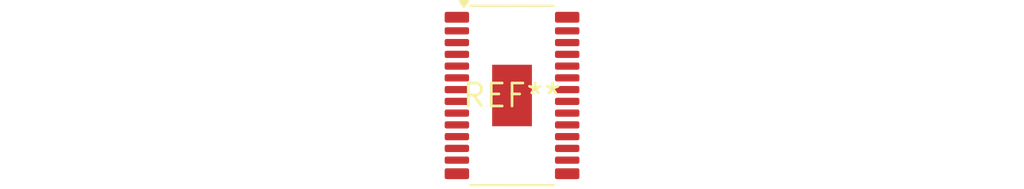
<source format=kicad_pcb>
(kicad_pcb (version 20240108) (generator pcbnew)
  (layers (0 "F.Cu" signal) (31 "B.Cu" signal) (34 "B.Paste" user) (35 "F.Paste" user) (36 "B.SilkS" user "B.Silkscreen") (37 "F.SilkS" user "F.Silkscreen") (38 "B.Mask" user) (39 "F.Mask" user) (44 "Edge.Cuts" user))
  (net 0 "")
  (footprint "NXP_HTSSOP-28-1EP_4.4x9.7mm_P0.65mm_EP2.2x3.4mm" (layer "F.Cu") (at 0 0)
    (property "Reference" "REF**")
    (property "Value" "NXP_HTSSOP-28-1EP_4.4x9.7mm_P0.65mm_EP2.2x3.4mm")
    (fp_line (start 0 -4.96) (end -2.31 -4.96) (layer "F.SilkS") (stroke (width 0.12)))
    (fp_line (start 0 -4.96) (end 2.31 -4.96) (layer "F.SilkS") (stroke (width 0.12)))
    (fp_line (start 0 4.96) (end -2.31 4.96) (layer "F.SilkS") (stroke (width 0.12)))
    (fp_line (start 0 4.96) (end 2.31 4.96) (layer "F.SilkS") (stroke (width 0.12)))
    (fp_poly (pts (xy -2.66 -4.89) (xy -2.42 -5.22) (xy -2.9 -5.22) (xy -2.66 -4.89)) (layer "F.SilkS") (stroke (width 0.12)) (fill solid))
    (pad "1" smd roundrect (at -3.05 -4.325) (size 1.35 0.6) (layers "F.Cu" "F.Paste" "F.Mask") (roundrect_rratio 0.1666666667))
    (pad "2" smd roundrect (at -3.05 -3.575) (size 1.35 0.4) (layers "F.Cu" "F.Paste" "F.Mask"))
    (pad "3" smd roundrect (at -3.05 -2.925) (size 1.35 0.4) (layers "F.Cu" "F.Paste" "F.Mask"))
    (pad "4" smd roundrect (at -3.05 -2.275) (size 1.35 0.4) (layers "F.Cu" "F.Paste" "F.Mask"))
    (pad "5" smd roundrect (at -3.05 -1.625) (size 1.35 0.4) (layers "F.Cu" "F.Paste" "F.Mask"))
    (pad "6" smd roundrect (at -3.05 -0.975) (size 1.35 0.4) (layers "F.Cu" "F.Paste" "F.Mask"))
    (pad "7" smd roundrect (at -3.05 -0.325) (size 1.35 0.4) (layers "F.Cu" "F.Paste" "F.Mask"))
    (pad "8" smd roundrect (at -3.05 0.325) (size 1.35 0.4) (layers "F.Cu" "F.Paste" "F.Mask"))
    (pad "9" smd roundrect (at -3.05 0.975) (size 1.35 0.4) (layers "F.Cu" "F.Paste" "F.Mask"))
    (pad "10" smd roundrect (at -3.05 1.625) (size 1.35 0.4) (layers "F.Cu" "F.Paste" "F.Mask"))
    (pad "11" smd roundrect (at -3.05 2.275) (size 1.35 0.4) (layers "F.Cu" "F.Paste" "F.Mask"))
    (pad "12" smd roundrect (at -3.05 2.925) (size 1.35 0.4) (layers "F.Cu" "F.Paste" "F.Mask"))
    (pad "13" smd roundrect (at -3.05 3.575) (size 1.35 0.4) (layers "F.Cu" "F.Paste" "F.Mask"))
    (pad "14" smd roundrect (at -3.05 4.325) (size 1.35 0.6) (layers "F.Cu" "F.Paste" "F.Mask") (roundrect_rratio 0.1666666667))
    (pad "15" smd roundrect (at 3.05 4.325) (size 1.35 0.6) (layers "F.Cu" "F.Paste" "F.Mask") (roundrect_rratio 0.1666666667))
    (pad "16" smd roundrect (at 3.05 3.575) (size 1.35 0.4) (layers "F.Cu" "F.Paste" "F.Mask"))
    (pad "17" smd roundrect (at 3.05 2.925) (size 1.35 0.4) (layers "F.Cu" "F.Paste" "F.Mask"))
    (pad "18" smd roundrect (at 3.05 2.275) (size 1.35 0.4) (layers "F.Cu" "F.Paste" "F.Mask"))
    (pad "19" smd roundrect (at 3.05 1.625) (size 1.35 0.4) (layers "F.Cu" "F.Paste" "F.Mask"))
    (pad "20" smd roundrect (at 3.05 0.975) (size 1.35 0.4) (layers "F.Cu" "F.Paste" "F.Mask"))
    (pad "21" smd roundrect (at 3.05 0.325) (size 1.35 0.4) (layers "F.Cu" "F.Paste" "F.Mask"))
    (pad "22" smd roundrect (at 3.05 -0.325) (size 1.35 0.4) (layers "F.Cu" "F.Paste" "F.Mask"))
    (pad "23" smd roundrect (at 3.05 -0.975) (size 1.35 0.4) (layers "F.Cu" "F.Paste" "F.Mask"))
    (pad "24" smd roundrect (at 3.05 -1.625) (size 1.35 0.4) (layers "F.Cu" "F.Paste" "F.Mask"))
    (pad "25" smd roundrect (at 3.05 -2.275) (size 1.35 0.4) (layers "F.Cu" "F.Paste" "F.Mask"))
    (pad "26" smd roundrect (at 3.05 -2.925) (size 1.35 0.4) (layers "F.Cu" "F.Paste" "F.Mask"))
    (pad "27" smd roundrect (at 3.05 -3.575) (size 1.35 0.4) (layers "F.Cu" "F.Paste" "F.Mask"))
    (pad "28" smd roundrect (at 3.05 -4.325) (size 1.35 0.6) (layers "F.Cu" "F.Paste" "F.Mask") (roundrect_rratio 0.1666666667))
    (pad "29" smd rect (at 0 0) (size 2.2 3.4) (layers "F.Cu" "F.Mask"))
  )
)
</source>
